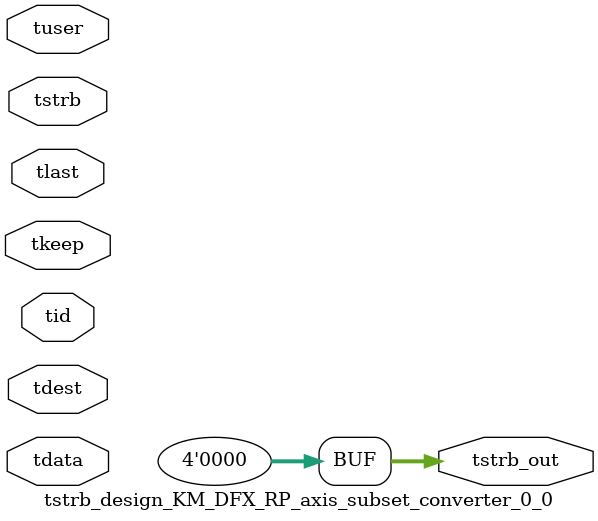
<source format=v>


`timescale 1ps/1ps

module tstrb_design_KM_DFX_RP_axis_subset_converter_0_0 #
(
parameter C_S_AXIS_TDATA_WIDTH = 32,
parameter C_S_AXIS_TUSER_WIDTH = 0,
parameter C_S_AXIS_TID_WIDTH   = 0,
parameter C_S_AXIS_TDEST_WIDTH = 0,
parameter C_M_AXIS_TDATA_WIDTH = 32
)
(
input  [(C_S_AXIS_TDATA_WIDTH == 0 ? 1 : C_S_AXIS_TDATA_WIDTH)-1:0     ] tdata,
input  [(C_S_AXIS_TUSER_WIDTH == 0 ? 1 : C_S_AXIS_TUSER_WIDTH)-1:0     ] tuser,
input  [(C_S_AXIS_TID_WIDTH   == 0 ? 1 : C_S_AXIS_TID_WIDTH)-1:0       ] tid,
input  [(C_S_AXIS_TDEST_WIDTH == 0 ? 1 : C_S_AXIS_TDEST_WIDTH)-1:0     ] tdest,
input  [(C_S_AXIS_TDATA_WIDTH/8)-1:0 ] tkeep,
input  [(C_S_AXIS_TDATA_WIDTH/8)-1:0 ] tstrb,
input                                                                    tlast,
output [(C_M_AXIS_TDATA_WIDTH/8)-1:0 ] tstrb_out
);

assign tstrb_out = {1'b0};

endmodule


</source>
